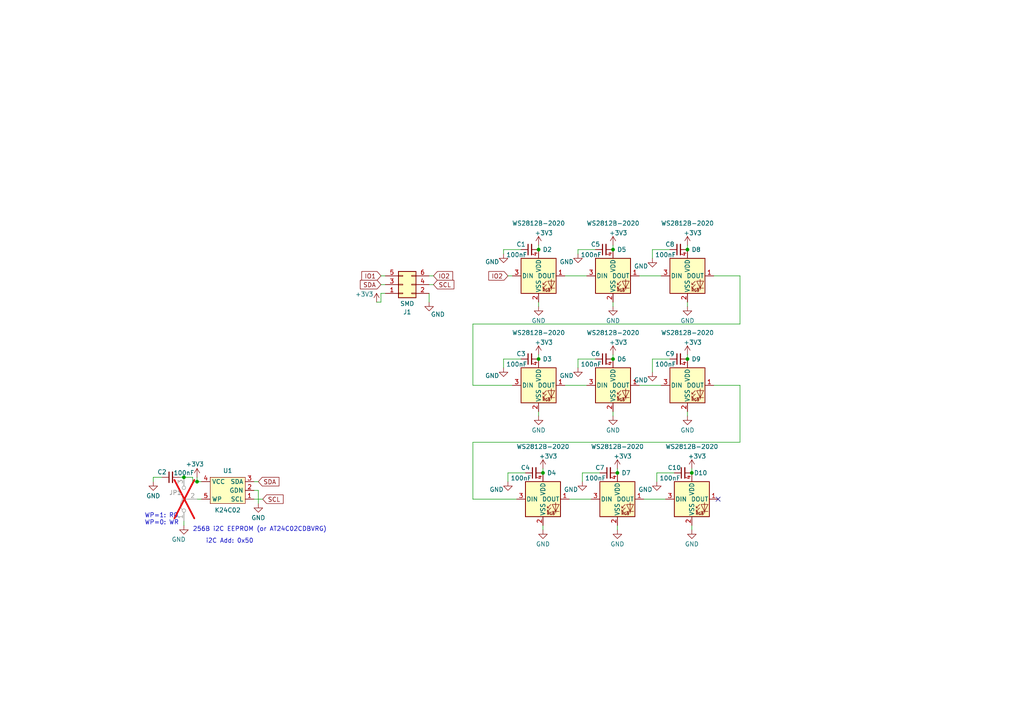
<source format=kicad_sch>
(kicad_sch (version 20231120) (generator "eeschema") (generator_version "8.0")
  (paper "A4")
  (title_block (title "KiCon Asia 2024 SAO Hat") (date "2024-11-01") (rev "1.1") (company "PRL"))
  (lib_symbols
    (symbol "Connector_Generic:Conn_02x03_Odd_Even" (pin_names (offset 1.016) hide)
      (property "Reference" "J" (at 1.27 5.08 0))
      (property "Value" "Conn_02x03_Odd_Even" (at 1.27 -5.08 0))
      (symbol "Conn_02x03_Odd_Even_1_1"
        (rectangle (start -1.27 -2.413) (end 0 -2.667) (stroke (width 0.1524)))
        (rectangle (start -1.27 0.127) (end 0 -0.127) (stroke (width 0.1524)))
        (rectangle (start -1.27 2.667) (end 0 2.413) (stroke (width 0.1524)))
        (rectangle (start -1.27 3.81) (end 3.81 -3.81) (stroke (width 0.254)) (fill (type background)))
        (rectangle (start 3.81 -2.413) (end 2.54 -2.667) (stroke (width 0.1524)))
        (rectangle (start 3.81 0.127) (end 2.54 -0.127) (stroke (width 0.1524)))
        (rectangle (start 3.81 2.667) (end 2.54 2.413) (stroke (width 0.1524)))
        (pin passive line (at -5.08 2.54 0) (length 3.81) (name "Pin_1") (number "1"))
        (pin passive line (at 7.62 2.54 180) (length 3.81) (name "Pin_2") (number "2"))
        (pin passive line (at -5.08 0 0) (length 3.81) (name "Pin_3") (number "3"))
        (pin passive line (at 7.62 0 180) (length 3.81) (name "Pin_4") (number "4"))
        (pin passive line (at -5.08 -2.54 0) (length 3.81) (name "Pin_5") (number "5"))
        (pin passive line (at 7.62 -2.54 180) (length 3.81) (name "Pin_6") (number "6"))
      )
    )
    (symbol "Device:C_Small" (pin_numbers hide) (pin_names (offset 0.254) hide)
      (property "Reference" "C" (at 0.254 1.778 0))
      (property "Value" "C_Small" (at 0.254 -2.032 0))
      (symbol "C_Small_0_1"
        (polyline (pts (xy -1.524 -0.508) (xy 1.524 -0.508)) (stroke (width 0.3302)))
        (polyline (pts (xy -1.524 0.508) (xy 1.524 0.508)) (stroke (width 0.3048)))
      )
      (symbol "C_Small_1_1"
        (pin passive line (at 0 2.54 270) (length 2.032) (name "~") (number "1"))
        (pin passive line (at 0 -2.54 90) (length 2.032) (name "~") (number "2"))
      )
    )
    (symbol "Jumper:Jumper_3_Bridged12" (pin_names (offset 0) hide)
      (property "Reference" "JP" (at -2.54 -2.54 0))
      (property "Value" "Jumper_3_Bridged12" (at 0 2.794 0))
      (symbol "Jumper_3_Bridged12_0_0"
        (circle (center -3.302 0) (radius 0.508))
        (circle (center 0 0) (radius 0.508))
        (circle (center 3.302 0) (radius 0.508))
      )
      (symbol "Jumper_3_Bridged12_0_1"
        (arc (start -0.254 0.508) (mid -1.651 0.9912) (end -3.048 0.508))
        (polyline (pts (xy 0 -1.27) (xy 0 -0.508)))
      )
      (symbol "Jumper_3_Bridged12_1_1"
        (pin passive line (at -6.35 0 0) (length 2.54) (name "A") (number "1"))
        (pin passive line (at 0 -3.81 90) (length 2.54) (name "C") (number "2"))
        (pin passive line (at 6.35 0 180) (length 2.54) (name "B") (number "3"))
      )
    )
    (symbol "LED:WS2812B-2020" (pin_names (offset 0.254))
      (property "Reference" "D" (at 5.08 5.715 0))
      (property "Value" "WS2812B-2020" (at 1.27 -5.715 0))
      (symbol "WS2812B-2020_0_0"
        (text "RGB" (at 2.286 -4.191 0) (effects (font (size 0.762 0.762))))
      )
      (symbol "WS2812B-2020_0_1"
        (polyline (pts (xy 1.27 -3.556) (xy 1.778 -3.556)))
        (polyline (pts (xy 1.27 -2.54) (xy 1.778 -2.54)))
        (polyline (pts (xy 4.699 -3.556) (xy 2.667 -3.556)))
        (polyline (pts (xy 2.286 -2.54) (xy 1.27 -3.556) (xy 1.27 -3.048)))
        (polyline (pts (xy 2.286 -1.524) (xy 1.27 -2.54) (xy 1.27 -2.032)))
        (polyline (pts (xy 3.683 -1.016) (xy 3.683 -3.556) (xy 3.683 -4.064)))
        (polyline (pts (xy 4.699 -1.524) (xy 2.667 -1.524) (xy 3.683 -3.556) (xy 4.699 -1.524)))
        (rectangle (start 5.08 5.08) (end -5.08 -5.08) (stroke (width 0.254)) (fill (type background)))
      )
      (symbol "WS2812B-2020_1_1"
        (pin output line (at 7.62 0 180) (length 2.54) (name "DOUT") (number "1"))
        (pin power_in line (at 0 -7.62 90) (length 2.54) (name "VSS") (number "2"))
        (pin input line (at -7.62 0 0) (length 2.54) (name "DIN") (number "3"))
        (pin power_in line (at 0 7.62 270) (length 2.54) (name "VDD") (number "4"))
      )
    )
    (symbol "Pauls_Schm_Library:K24C02"
      (property "Reference" "U" (at 0 5.08 0))
      (property "Value" "K24C02" (at 0 5.08 0))
      (symbol "K24C02_1_1"
        (rectangle (start -5.08 3.81) (end 5.08 -3.81) (fill (type background)))
        (pin input line (at -7.62 2.54 0) (length 2.54) (name "SCL") (number "1"))
        (pin power_in line (at -7.62 0 0) (length 2.54) (name "GDN") (number "2"))
        (pin bidirectional line (at -7.62 -2.54 0) (length 2.54) (name "SDA") (number "3"))
        (pin power_in line (at 7.62 -2.54 180) (length 2.54) (name "VCC") (number "4"))
        (pin input line (at 7.62 2.54 180) (length 2.54) (name "WP") (number "5"))
      )
    )
    (symbol "power:+3V3" (power) (pin_names (offset 0))
      (property "Value" "+3V3" (at 0 3.556 0))
      (symbol "+3V3_0_1"
        (polyline (pts (xy -0.762 1.27) (xy 0 2.54)))
        (polyline (pts (xy 0 0) (xy 0 2.54)))
        (polyline (pts (xy 0 2.54) (xy 0.762 1.27)))
      )
      (symbol "+3V3_1_1"
        (pin power_in line (at 0 0 90) (length 0) hide (name "+3V3") (number "1"))
      )
    )
    (symbol "power:GND" (power) (pin_names (offset 0))
      (property "Value" "GND" (at 0 -3.81 0))
      (symbol "GND_0_1"
        (polyline (pts (xy 0 0) (xy 0 -1.27) (xy 1.27 -1.27) (xy 0 -2.54) (xy -1.27 -1.27) (xy 0 -1.27)))
      )
      (symbol "GND_1_1"
        (pin power_in line (at 0 0 270) (length 0) hide (name "GND") (number "1"))
      )
    )
  )
  (junction (at 200.66 137.16))
  (junction (at 157.48 137.16))
  (junction (at 177.8 72.39))
  (junction (at 199.39 72.39))
  (junction (at 156.21 72.39))
  (junction (at 177.8 104.14))
  (junction (at 199.39 104.14))
  (junction (at 179.07 137.16))
  (junction (at 53.34 138.43))
  (junction (at 156.21 104.14))
  (junction (at 57.15 139.7))
  (no_connect (at 208.28 144.78))
  (wire (pts (xy 177.8 71.12) (xy 177.8 72.39)))
  (wire (pts (xy 199.39 71.12) (xy 199.39 72.39)))
  (wire (pts (xy 156.21 87.63) (xy 156.21 88.9)))
  (wire (pts (xy 190.5 137.16) (xy 190.5 139.7)))
  (wire (pts (xy 157.48 152.4) (xy 157.48 153.67)))
  (wire (pts (xy 168.91 139.7) (xy 168.91 137.16)))
  (wire (pts (xy 185.42 111.76) (xy 191.77 111.76)))
  (wire (pts (xy 146.05 73.66) (xy 146.05 72.39)))
  (wire (pts (xy 110.49 85.09) (xy 110.49 87.63)))
  (wire (pts (xy 57.15 144.78) (xy 58.42 144.78)))
  (wire (pts (xy 157.48 135.89) (xy 157.48 137.16)))
  (wire (pts (xy 214.63 111.76) (xy 214.63 128.27)))
  (wire (pts (xy 156.21 102.87) (xy 156.21 104.14)))
  (wire (pts (xy 214.63 128.27) (xy 137.16 128.27)))
  (wire (pts (xy 186.69 144.78) (xy 193.04 144.78)))
  (wire (pts (xy 199.39 119.38) (xy 199.39 120.65)))
  (wire (pts (xy 111.76 85.09) (xy 110.49 85.09)))
  (wire (pts (xy 168.91 137.16) (xy 173.99 137.16)))
  (wire (pts (xy 137.16 144.78) (xy 149.86 144.78)))
  (wire (pts (xy 167.64 73.66) (xy 167.64 72.39)))
  (wire (pts (xy 73.66 144.78) (xy 76.2 144.78)))
  (wire (pts (xy 200.66 135.89) (xy 200.66 137.16)))
  (wire (pts (xy 55.88 138.43) (xy 55.88 139.7)))
  (wire (pts (xy 46.99 138.43) (xy 44.45 138.43)))
  (wire (pts (xy 53.34 151.13) (xy 53.34 152.4)))
  (wire (pts (xy 53.34 138.43) (xy 55.88 138.43)))
  (wire (pts (xy 137.16 111.76) (xy 148.59 111.76)))
  (wire (pts (xy 111.76 80.01) (xy 110.49 80.01)))
  (wire (pts (xy 190.5 137.16) (xy 195.58 137.16)))
  (wire (pts (xy 146.05 104.14) (xy 151.13 104.14)))
  (wire (pts (xy 165.1 144.78) (xy 171.45 144.78)))
  (wire (pts (xy 185.42 80.01) (xy 191.77 80.01)))
  (wire (pts (xy 57.15 138.43) (xy 57.15 139.7)))
  (wire (pts (xy 55.88 139.7) (xy 57.15 139.7)))
  (wire (pts (xy 110.49 82.55) (xy 111.76 82.55)))
  (wire (pts (xy 179.07 152.4) (xy 179.07 153.67)))
  (wire (pts (xy 44.45 138.43) (xy 44.45 139.7)))
  (wire (pts (xy 156.21 71.12) (xy 156.21 72.39)))
  (wire (pts (xy 124.46 82.55) (xy 125.73 82.55)))
  (wire (pts (xy 189.23 104.14) (xy 194.31 104.14)))
  (wire (pts (xy 177.8 119.38) (xy 177.8 120.65)))
  (wire (pts (xy 177.8 87.63) (xy 177.8 88.9)))
  (wire (pts (xy 137.16 128.27) (xy 137.16 144.78)))
  (wire (pts (xy 214.63 93.98) (xy 137.16 93.98)))
  (wire (pts (xy 74.93 142.24) (xy 74.93 146.05)))
  (wire (pts (xy 57.15 139.7) (xy 58.42 139.7)))
  (wire (pts (xy 189.23 72.39) (xy 194.31 72.39)))
  (wire (pts (xy 137.16 93.98) (xy 137.16 111.76)))
  (wire (pts (xy 110.49 87.63) (xy 109.22 87.63)))
  (wire (pts (xy 52.07 138.43) (xy 53.34 138.43)))
  (wire (pts (xy 146.05 106.68) (xy 146.05 104.14)))
  (wire (pts (xy 189.23 72.39) (xy 189.23 74.93)))
  (wire (pts (xy 179.07 135.89) (xy 179.07 137.16)))
  (wire (pts (xy 214.63 80.01) (xy 214.63 93.98)))
  (wire (pts (xy 167.64 104.14) (xy 172.72 104.14)))
  (wire (pts (xy 73.66 139.7) (xy 74.93 139.7)))
  (wire (pts (xy 147.32 80.01) (xy 148.59 80.01)))
  (wire (pts (xy 163.83 111.76) (xy 170.18 111.76)))
  (wire (pts (xy 156.21 119.38) (xy 156.21 120.65)))
  (wire (pts (xy 199.39 102.87) (xy 199.39 104.14)))
  (wire (pts (xy 163.83 80.01) (xy 170.18 80.01)))
  (wire (pts (xy 146.05 72.39) (xy 151.13 72.39)))
  (wire (pts (xy 189.23 104.14) (xy 189.23 107.95)))
  (wire (pts (xy 200.66 152.4) (xy 200.66 153.67)))
  (wire (pts (xy 73.66 142.24) (xy 74.93 142.24)))
  (wire (pts (xy 167.64 72.39) (xy 172.72 72.39)))
  (wire (pts (xy 177.8 102.87) (xy 177.8 104.14)))
  (wire (pts (xy 207.01 111.76) (xy 214.63 111.76)))
  (wire (pts (xy 147.32 137.16) (xy 152.4 137.16)))
  (wire (pts (xy 207.01 80.01) (xy 214.63 80.01)))
  (wire (pts (xy 124.46 85.09) (xy 124.46 87.63)))
  (wire (pts (xy 167.64 106.68) (xy 167.64 104.14)))
  (wire (pts (xy 199.39 87.63) (xy 199.39 88.9)))
  (wire (pts (xy 147.32 139.7) (xy 147.32 137.16)))
  (wire (pts (xy 124.46 80.01) (xy 125.73 80.01)))
  (text "WP=1: RO\nWP=0: WR" (at 41.91 152.4 0) (effects (font (size 1.27 1.27)) (justify left bottom)))
  (text "256B i2C EEPROM (or AT24C02CDBVRG)" (at 55.88 154.305 0) (effects (font (size 1.27 1.27)) (justify left bottom)))
  (text "i2C Add: 0x50" (at 59.69 157.734 0) (effects (font (size 1.27 1.27)) (justify left bottom)))
  (global_label "IO2" (shape input) (at 125.73 80.01 0) (property "Intersheetrefs" "${INTERSHEET_REFS}" (effects (hide yes))))
  (global_label "SDA" (shape input) (at 110.49 82.55 180) (property "Intersheetrefs" "${INTERSHEET_REFS}" (effects (hide yes))))
  (global_label "SCL" (shape input) (at 76.2 144.78 0) (property "Intersheetrefs" "${INTERSHEET_REFS}" (effects (hide yes))))
  (global_label "IO2" (shape input) (at 147.32 80.01 180) (property "Intersheetrefs" "${INTERSHEET_REFS}" (effects (hide yes))))
  (global_label "SCL" (shape input) (at 125.73 82.55 0) (property "Intersheetrefs" "${INTERSHEET_REFS}" (effects (hide yes))))
  (global_label "IO1" (shape input) (at 110.49 80.01 180) (property "Intersheetrefs" "${INTERSHEET_REFS}" (effects (hide yes))))
  (global_label "SDA" (shape input) (at 74.93 139.7 0) (property "Intersheetrefs" "${INTERSHEET_REFS}" (effects (hide yes))))
  (symbol (lib_id "power:GND") (at 167.64 73.66 0) (unit 1)
    (property "Reference" "#PWR013" (effects (hide yes)))
    (property "Value" "GND" (at 164.338 75.946 0))
  )
  (symbol (lib_id "power:+3V3") (at 199.39 102.87 0) (unit 1)
    (property "Reference" "#PWR026" (effects (hide yes)))
    (property "Value" "+3V3" (at 200.914 99.314 0))
  )
  (symbol (lib_id "power:GND") (at 199.39 88.9 0) (unit 1)
    (property "Reference" "#PWR018" (effects (hide yes)))
    (property "Value" "GND" (at 199.39 93.0331 0))
  )
  (symbol (lib_id "power:GND") (at 156.21 88.9 0) (unit 1)
    (property "Reference" "#PWR06" (effects (hide yes)))
    (property "Value" "GND" (at 156.21 93.0331 0))
  )
  (symbol (lib_id "LED:WS2812B-2020") (at 177.8 111.76 0) (unit 1)
    (property "Reference" "D6" (at 180.34 104.14 0))
    (property "Value" "WS2812B-2020" (at 177.8 96.52 0))
    (property "Footprint" "LED_SMD:LED_WS2812B-2020_PLCC4_2.0x2.0mm" (effects (hide yes)))
    (property "Datasheet" "https://cdn-shop.adafruit.com/product-files/4684/4684_WS2812B-2020_V1.3_EN.pdf" (effects (hide yes)))
    (property "Description" "RGB LED with integrated controller, 2.0 x 2.0 mm, 12 mA" (effects (hide yes)))
  )
  (symbol (lib_id "power:GND") (at 146.05 106.68 0) (unit 1)
    (property "Reference" "#PWR019" (effects (hide yes)))
    (property "Value" "GND" (at 142.748 108.966 0))
  )
  (symbol (lib_id "Jumper:Jumper_3_Bridged12") (at 53.34 144.78 90) (unit 1) (in_bom no) (dnp yes)
    (property "Reference" "JP1" (at 52.705 142.875 90) (effects (justify left)))
    (property "Value" "Jumper_3_Bridged12" (effects (hide yes)))
    (property "Footprint" "Jumper:SolderJumper-3_P1.3mm_Bridged12_RoundedPad1.0x1.5mm" (effects (hide yes)))
  )
  (symbol (lib_id "Pauls_Schm_Library:K24C02") (at 66.04 142.24 180) (unit 1)
    (property "Reference" "U1" (at 66.04 136.525 0))
    (property "Value" "K24C02" (at 66.04 147.955 0))
    (property "Footprint" "Package_TO_SOT_SMD:SOT-23-5" (effects (hide yes)))
    (property "Description" "Alt: AT24C02/C19723706" (effects (hide yes)))
    (property "LCSC" "C84964" (effects (hide yes)))
  )
  (symbol (lib_id "Device:C_Small") (at 198.12 137.16 90) (unit 1)
    (property "Reference" "C10" (at 195.58 135.636 90))
    (property "Value" "100nF" (at 194.31 138.684 90))
    (property "Footprint" "Capacitor_SMD:C_0603_1608Metric" (effects (hide yes)))
    (property "Description" "Can be subsituted" (effects (hide yes)))
    (property "LCSC" "C6119867" (effects (hide yes)))
  )
  (symbol (lib_id "Device:C_Small") (at 154.94 137.16 90) (unit 1)
    (property "Reference" "C4" (at 152.4 135.636 90))
    (property "Value" "100nF" (at 151.13 138.684 90))
    (property "Footprint" "Capacitor_SMD:C_0603_1608Metric" (effects (hide yes)))
    (property "Description" "Can be subsituted" (effects (hide yes)))
    (property "LCSC" "C6119867" (effects (hide yes)))
  )
  (symbol (lib_id "LED:WS2812B-2020") (at 200.66 144.78 0) (unit 1)
    (property "Reference" "D10" (at 203.2 137.16 0))
    (property "Value" "WS2812B-2020" (at 200.66 129.54 0))
    (property "Footprint" "LED_SMD:LED_WS2812B-2020_PLCC4_2.0x2.0mm" (effects (hide yes)))
    (property "Datasheet" "https://cdn-shop.adafruit.com/product-files/4684/4684_WS2812B-2020_V1.3_EN.pdf" (effects (hide yes)))
    (property "Description" "RGB LED with integrated controller, 2.0 x 2.0 mm, 12 mA" (effects (hide yes)))
  )
  (symbol (lib_id "power:GND") (at 157.48 153.67 0) (unit 1)
    (property "Reference" "#PWR030" (effects (hide yes)))
    (property "Value" "GND" (at 157.48 157.8031 0))
  )
  (symbol (lib_id "power:GND") (at 177.8 120.65 0) (unit 1)
    (property "Reference" "#PWR024" (effects (hide yes)))
    (property "Value" "GND" (at 177.8 124.7831 0))
  )
  (symbol (lib_id "power:+3V3") (at 177.8 102.87 0) (unit 1)
    (property "Reference" "#PWR023" (effects (hide yes)))
    (property "Value" "+3V3" (at 179.324 99.314 0))
  )
  (symbol (lib_id "power:+3V3") (at 109.22 87.63 0) (unit 1)
    (property "Reference" "#PWR01" (effects (hide yes)))
    (property "Value" "+3V3" (at 105.664 85.344 0))
  )
  (symbol (lib_id "power:GND") (at 190.5 139.7 0) (unit 1)
    (property "Reference" "#PWR034" (effects (hide yes)))
    (property "Value" "GND" (at 187.198 141.986 0))
  )
  (symbol (lib_id "LED:WS2812B-2020") (at 199.39 111.76 0) (unit 1)
    (property "Reference" "D9" (at 201.93 104.14 0))
    (property "Value" "WS2812B-2020" (at 199.39 96.52 0))
    (property "Footprint" "LED_SMD:LED_WS2812B-2020_PLCC4_2.0x2.0mm" (effects (hide yes)))
    (property "Datasheet" "https://cdn-shop.adafruit.com/product-files/4684/4684_WS2812B-2020_V1.3_EN.pdf" (effects (hide yes)))
    (property "Description" "RGB LED with integrated controller, 2.0 x 2.0 mm, 12 mA" (effects (hide yes)))
  )
  (symbol (lib_id "power:GND") (at 177.8 88.9 0) (unit 1)
    (property "Reference" "#PWR015" (effects (hide yes)))
    (property "Value" "GND" (at 177.8 93.0331 0))
  )
  (symbol (lib_id "power:GND") (at 168.91 139.7 0) (unit 1)
    (property "Reference" "#PWR031" (effects (hide yes)))
    (property "Value" "GND" (at 165.608 141.986 0))
  )
  (symbol (lib_id "LED:WS2812B-2020") (at 156.21 80.01 0) (unit 1)
    (property "Reference" "D2" (at 158.75 72.39 0))
    (property "Value" "WS2812B-2020" (at 156.21 64.77 0))
    (property "Footprint" "LED_SMD:LED_WS2812B-2020_PLCC4_2.0x2.0mm" (effects (hide yes)))
    (property "Datasheet" "https://cdn-shop.adafruit.com/product-files/4684/4684_WS2812B-2020_V1.3_EN.pdf" (effects (hide yes)))
    (property "Description" "RGB LED with integrated controller, 2.0 x 2.0 mm, 12 mA" (effects (hide yes)))
  )
  (symbol (lib_id "Device:C_Small") (at 196.85 72.39 90) (unit 1)
    (property "Reference" "C8" (at 194.31 70.866 90))
    (property "Value" "100nF" (at 193.04 73.914 90))
    (property "Footprint" "Capacitor_SMD:C_0603_1608Metric" (effects (hide yes)))
    (property "Description" "Can be subsituted" (effects (hide yes)))
    (property "LCSC" "C6119867" (effects (hide yes)))
  )
  (symbol (lib_id "Device:C_Small") (at 196.85 104.14 90) (unit 1)
    (property "Reference" "C9" (at 194.31 102.616 90))
    (property "Value" "100nF" (at 193.04 105.664 90))
    (property "Footprint" "Capacitor_SMD:C_0603_1608Metric" (effects (hide yes)))
    (property "Description" "Can be subsituted" (effects (hide yes)))
    (property "LCSC" "C6119867" (effects (hide yes)))
  )
  (symbol (lib_id "power:+3V3") (at 156.21 102.87 0) (unit 1)
    (property "Reference" "#PWR020" (effects (hide yes)))
    (property "Value" "+3V3" (at 157.734 99.314 0))
  )
  (symbol (lib_id "power:GND") (at 156.21 120.65 0) (unit 1)
    (property "Reference" "#PWR021" (effects (hide yes)))
    (property "Value" "GND" (at 156.21 124.7831 0))
  )
  (symbol (lib_id "Device:C_Small") (at 175.26 72.39 90) (unit 1)
    (property "Reference" "C5" (at 172.72 70.866 90))
    (property "Value" "100nF" (at 171.45 73.914 90))
    (property "Footprint" "Capacitor_SMD:C_0603_1608Metric" (effects (hide yes)))
    (property "Description" "Can be subsituted" (effects (hide yes)))
    (property "LCSC" "C6119867" (effects (hide yes)))
  )
  (symbol (lib_id "Connector_Generic:Conn_02x03_Odd_Even") (at 116.84 82.55 0) (mirror x) (unit 1)
    (property "Reference" "J1" (at 118.11 90.5043 0))
    (property "Value" "SMD" (at 118.11 88.0801 0))
    (property "Footprint" "Connector_PinHeader_2.54mm:PinHeader_2x03_P2.54mm_Vertical_SMD" (effects (hide yes)))
    (property "Description" "Can be subsituted" (effects (hide yes)))
    (property "LCSC" "C563699" (effects (hide yes)))
  )
  (symbol (lib_id "power:+3V3") (at 200.66 135.89 0) (unit 1)
    (property "Reference" "#PWR035" (effects (hide yes)))
    (property "Value" "+3V3" (at 202.184 132.334 0))
  )
  (symbol (lib_id "Device:C_Small") (at 175.26 104.14 90) (unit 1)
    (property "Reference" "C6" (at 172.72 102.616 90))
    (property "Value" "100nF" (at 171.45 105.664 90))
    (property "Footprint" "Capacitor_SMD:C_0603_1608Metric" (effects (hide yes)))
    (property "Description" "Can be subsituted" (effects (hide yes)))
    (property "LCSC" "C6119867" (effects (hide yes)))
  )
  (symbol (lib_id "Device:C_Small") (at 153.67 72.39 90) (unit 1)
    (property "Reference" "C1" (at 151.13 70.866 90))
    (property "Value" "100nF" (at 149.86 73.914 90))
    (property "Footprint" "Capacitor_SMD:C_0603_1608Metric" (effects (hide yes)))
    (property "Description" "Can be subsituted" (effects (hide yes)))
    (property "LCSC" "C6119867" (effects (hide yes)))
  )
  (symbol (lib_id "power:GND") (at 44.45 139.7 0) (unit 1)
    (property "Reference" "#PWR07" (effects (hide yes)))
    (property "Value" "GND" (at 44.45 143.8331 0))
  )
  (symbol (lib_id "power:GND") (at 53.34 152.4 0) (unit 1)
    (property "Reference" "#PWR010" (effects (hide yes)))
    (property "Value" "GND" (at 51.816 156.464 0))
  )
  (symbol (lib_id "power:+3V3") (at 157.48 135.89 0) (unit 1)
    (property "Reference" "#PWR029" (effects (hide yes)))
    (property "Value" "+3V3" (at 159.004 132.334 0))
  )
  (symbol (lib_id "power:GND") (at 179.07 153.67 0) (unit 1)
    (property "Reference" "#PWR033" (effects (hide yes)))
    (property "Value" "GND" (at 179.07 157.8031 0))
  )
  (symbol (lib_id "power:GND") (at 147.32 139.7 0) (unit 1)
    (property "Reference" "#PWR028" (effects (hide yes)))
    (property "Value" "GND" (at 144.018 141.986 0))
  )
  (symbol (lib_id "Device:C_Small") (at 153.67 104.14 90) (unit 1)
    (property "Reference" "C3" (at 151.13 102.616 90))
    (property "Value" "100nF" (at 149.86 105.664 90))
    (property "Footprint" "Capacitor_SMD:C_0603_1608Metric" (effects (hide yes)))
    (property "Description" "Can be subsituted" (effects (hide yes)))
    (property "LCSC" "C6119867" (effects (hide yes)))
  )
  (symbol (lib_id "LED:WS2812B-2020") (at 177.8 80.01 0) (unit 1)
    (property "Reference" "D5" (at 180.34 72.39 0))
    (property "Value" "WS2812B-2020" (at 177.8 64.77 0))
    (property "Footprint" "LED_SMD:LED_WS2812B-2020_PLCC4_2.0x2.0mm" (effects (hide yes)))
    (property "Datasheet" "https://cdn-shop.adafruit.com/product-files/4684/4684_WS2812B-2020_V1.3_EN.pdf" (effects (hide yes)))
    (property "Description" "RGB LED with integrated controller, 2.0 x 2.0 mm, 12 mA" (effects (hide yes)))
  )
  (symbol (lib_id "power:GND") (at 199.39 120.65 0) (unit 1)
    (property "Reference" "#PWR027" (effects (hide yes)))
    (property "Value" "GND" (at 199.39 124.7831 0))
  )
  (symbol (lib_id "power:+3V3") (at 156.21 71.12 0) (unit 1)
    (property "Reference" "#PWR05" (effects (hide yes)))
    (property "Value" "+3V3" (at 157.734 67.564 0))
  )
  (symbol (lib_id "LED:WS2812B-2020") (at 156.21 111.76 0) (unit 1)
    (property "Reference" "D3" (at 158.75 104.14 0))
    (property "Value" "WS2812B-2020" (at 156.21 96.52 0))
    (property "Footprint" "LED_SMD:LED_WS2812B-2020_PLCC4_2.0x2.0mm" (effects (hide yes)))
    (property "Datasheet" "https://cdn-shop.adafruit.com/product-files/4684/4684_WS2812B-2020_V1.3_EN.pdf" (effects (hide yes)))
    (property "Description" "RGB LED with integrated controller, 2.0 x 2.0 mm, 12 mA" (effects (hide yes)))
  )
  (symbol (lib_id "power:+3V3") (at 177.8 71.12 0) (unit 1)
    (property "Reference" "#PWR014" (effects (hide yes)))
    (property "Value" "+3V3" (at 179.324 67.564 0))
  )
  (symbol (lib_id "Device:C_Small") (at 176.53 137.16 90) (unit 1)
    (property "Reference" "C7" (at 173.99 135.636 90))
    (property "Value" "100nF" (at 172.72 138.684 90))
    (property "Footprint" "Capacitor_SMD:C_0603_1608Metric" (effects (hide yes)))
    (property "Description" "Can be subsituted" (effects (hide yes)))
    (property "LCSC" "C6119867" (effects (hide yes)))
  )
  (symbol (lib_id "LED:WS2812B-2020") (at 199.39 80.01 0) (unit 1)
    (property "Reference" "D8" (at 201.93 72.39 0))
    (property "Value" "WS2812B-2020" (at 199.39 64.77 0))
    (property "Footprint" "LED_SMD:LED_WS2812B-2020_PLCC4_2.0x2.0mm" (effects (hide yes)))
    (property "Datasheet" "https://cdn-shop.adafruit.com/product-files/4684/4684_WS2812B-2020_V1.3_EN.pdf" (effects (hide yes)))
    (property "Description" "RGB LED with integrated controller, 2.0 x 2.0 mm, 12 mA" (effects (hide yes)))
  )
  (symbol (lib_id "power:GND") (at 167.64 106.68 0) (unit 1)
    (property "Reference" "#PWR022" (effects (hide yes)))
    (property "Value" "GND" (at 164.338 108.966 0))
  )
  (symbol (lib_id "power:GND") (at 189.23 107.95 0) (unit 1)
    (property "Reference" "#PWR025" (effects (hide yes)))
    (property "Value" "GND" (at 185.928 110.236 0))
  )
  (symbol (lib_id "power:GND") (at 189.23 74.93 0) (unit 1)
    (property "Reference" "#PWR016" (effects (hide yes)))
    (property "Value" "GND" (at 185.928 77.216 0))
  )
  (symbol (lib_id "power:GND") (at 74.93 146.05 0) (unit 1)
    (property "Reference" "#PWR012" (effects (hide yes)))
    (property "Value" "GND" (at 74.93 150.1831 0))
  )
  (symbol (lib_id "power:GND") (at 146.05 73.66 0) (unit 1)
    (property "Reference" "#PWR04" (effects (hide yes)))
    (property "Value" "GND" (at 142.748 75.946 0))
  )
  (symbol (lib_id "power:+3V3") (at 179.07 135.89 0) (unit 1)
    (property "Reference" "#PWR032" (effects (hide yes)))
    (property "Value" "+3V3" (at 180.594 132.334 0))
  )
  (symbol (lib_id "power:+3V3") (at 199.39 71.12 0) (unit 1)
    (property "Reference" "#PWR017" (effects (hide yes)))
    (property "Value" "+3V3" (at 200.914 67.564 0))
  )
  (symbol (lib_id "LED:WS2812B-2020") (at 157.48 144.78 0) (unit 1)
    (property "Reference" "D4" (at 160.02 137.16 0))
    (property "Value" "WS2812B-2020" (at 157.48 129.54 0))
    (property "Footprint" "LED_SMD:LED_WS2812B-2020_PLCC4_2.0x2.0mm" (effects (hide yes)))
    (property "Datasheet" "https://cdn-shop.adafruit.com/product-files/4684/4684_WS2812B-2020_V1.3_EN.pdf" (effects (hide yes)))
    (property "Description" "RGB LED with integrated controller, 2.0 x 2.0 mm, 12 mA" (effects (hide yes)))
  )
  (symbol (lib_id "Device:C_Small") (at 49.53 138.43 90) (unit 1)
    (property "Reference" "C2" (at 46.99 136.906 90))
    (property "Value" "100nF" (at 53.34 137.16 90))
    (property "Footprint" "Capacitor_SMD:C_0603_1608Metric" (effects (hide yes)))
    (property "Description" "Can be subsituted" (effects (hide yes)))
    (property "LCSC" "C6119867" (effects (hide yes)))
  )
  (symbol (lib_id "LED:WS2812B-2020") (at 179.07 144.78 0) (unit 1)
    (property "Reference" "D7" (at 181.61 137.16 0))
    (property "Value" "WS2812B-2020" (at 179.07 129.54 0))
    (property "Footprint" "LED_SMD:LED_WS2812B-2020_PLCC4_2.0x2.0mm" (effects (hide yes)))
    (property "Datasheet" "https://cdn-shop.adafruit.com/product-files/4684/4684_WS2812B-2020_V1.3_EN.pdf" (effects (hide yes)))
    (property "Description" "RGB LED with integrated controller, 2.0 x 2.0 mm, 12 mA" (effects (hide yes)))
  )
  (symbol (lib_id "power:+3V3") (at 57.15 138.43 0) (unit 1)
    (property "Reference" "#PWR011" (effects (hide yes)))
    (property "Value" "+3V3" (at 56.515 134.62 0))
  )
  (symbol (lib_id "power:GND") (at 124.46 87.63 0) (unit 1)
    (property "Reference" "#PWR03" (effects (hide yes)))
    (property "Value" "GND" (at 127 91.186 0))
  )
  (symbol (lib_id "power:GND") (at 200.66 153.67 0) (unit 1)
    (property "Reference" "#PWR036" (effects (hide yes)))
    (property "Value" "GND" (at 200.66 157.8031 0))
  )
)
</source>
